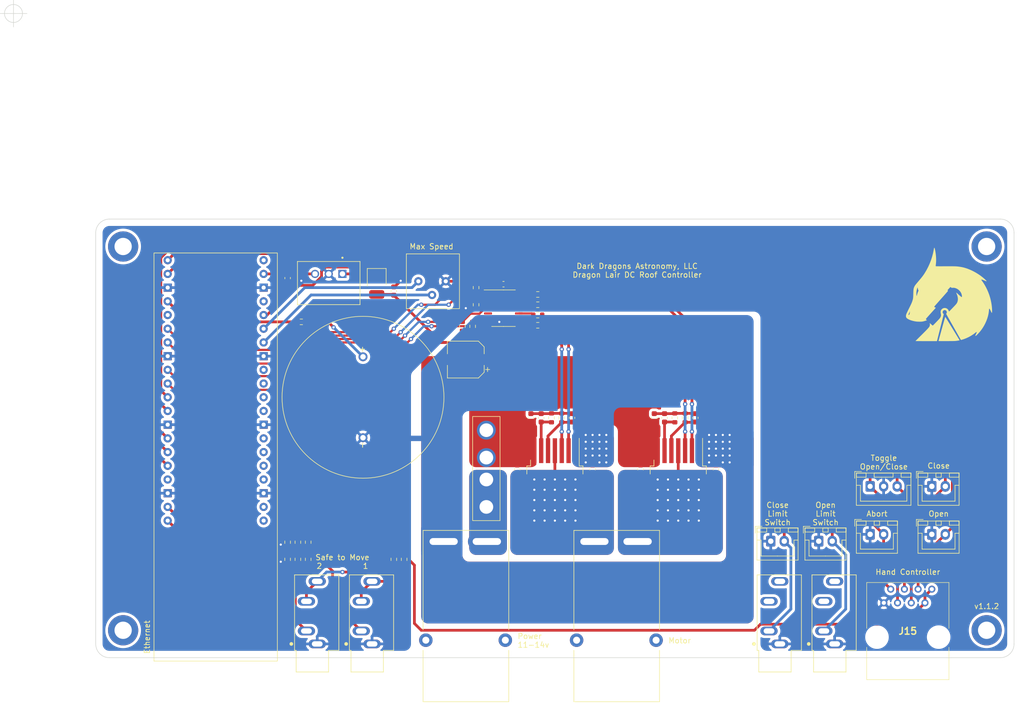
<source format=kicad_pcb>
(kicad_pcb (version 20211014) (generator pcbnew)
  (layers (0 "F.Cu" signal) (31 "B.Cu" signal) (34 "B.Paste" user) (35 "F.Paste" user) (36 "B.SilkS" user "B.Silkscreen") (37 "F.SilkS" user "F.Silkscreen") (38 "B.Mask" user) (39 "F.Mask" user) (44 "Edge.Cuts" user))
  (net 0 "")
  (net 1 "+5V")
  (net 2 "+3.3V")
  (net 7 "TOGGLE_CLOSE")
  (net 8 "TOGGLE_OPEN")
  (net 9 "CLOSE_LIMIT")
  (net 10 "OPEN_LIMIT")
  (net 11 "CLOSE")
  (net 12 "OPEN")
  (net 13 "ABORT")
  (net 14 "Net-(J7-Pad2)")
  (net 15 "Net-(J7-Pad3)")
  (net 16 "Net-(J8-Pad2)")
  (net 17 "Net-(J8-Pad3)")
  (net 22 "SAFE_TO_MOVE_1")
  (net 23 "SAFE_TO_MOVE_2")
  (net 24 "12V_UNFUSED")
  (net 25 "MOTOR_B")
  (net 26 "ADC_REF")
  (net 34 "MAX_SPEED")
  (net 37 "BUZZER")
  (net 39 "Net-(D1-Pad1)")
  (net 40 "GND")
  (net 41 "+12V")
  (net 42 "Net-(R11-Pad1)")
  (net 43 "MOTOR_A")
  (net 44 "FOREWARD_MOTOR")
  (net 45 "BACKWARD_MOTOR")
  (net 46 "Net-(C11-Pad1)")
  (net 47 "Net-(C12-Pad1)")
  (net 49 "Net-(C13-Pad1)")
  (net 50 "Net-(C14-Pad1)")
  (net 54 "IN_A")
  (net 55 "INH_A")
  (net 56 "IN_B")
  (net 57 "INH_B")
  (net 58 "Net-(R7-Pad2)")
  (net 59 "Net-(R9-Pad2)")
  (net 60 "Net-(R12-Pad2)")
  (net 61 "Net-(R14-Pad2)")
  (net 70 "ON_B")
  (net 71 "ON_A")
  (footprint "Package_TO_SOT_SMD:TO-263-7_TabPin8" (layer "F.Cu") (at 135.89 99.495 -90)
    (fp_text reference "Q1" hide)
    (fp_text value "BTN8962TA")
  )
  (footprint "Resistor_SMD:R_0603_1608Metric" (layer "F.Cu") (at 109.855 70.485 180)
    (fp_text reference "R14" hide)
    (fp_text value "10kΩ")
  )
  (footprint "01-rickbassham:AI-3035-TWT-3V-R" (layer "F.Cu") (at 77.47 83.82 -90)
    (fp_text reference "BZ1" hide)
    (fp_text value "Buzzer")
  )
  (footprint "Resistor_SMD:R_0603_1608Metric" (layer "F.Cu") (at 63.5 110.68 -90)
    (fp_text reference "R2" hide)
    (fp_text value "10kΩ")
  )
  (footprint "Connector_JST:JST_XH_B2B-XH-A_1x02_P2.50mm_Vertical" (layer "F.Cu") (at 182.88 109.22)
    (fp_text reference "J5" hide)
    (fp_text value "B2B-XH-A")
  )
  (footprint "Connector_JST:JST_XH_B2B-XH-A_1x02_P2.50mm_Vertical" (layer "F.Cu") (at 182.88 100.33)
    (fp_text reference "J4" hide)
    (fp_text value "B2B-XH-A")
  )
  (footprint "Capacitor_SMD:C_0603_1608Metric" (layer "F.Cu") (at 63.5 61.735 -90)
    (fp_text reference "C2" hide)
    (fp_text value "22uF")
  )
  (footprint "Resistor_SMD:R_0603_1608Metric" (layer "F.Cu") (at 65.405 110.68 90)
    (fp_text reference "R20" hide)
    (fp_text value "40.2kΩ")
  )
  (footprint "Resistor_SMD:R_0603_1608Metric" (layer "F.Cu") (at 95.885 70.675 90)
    (fp_text reference "R13" hide)
    (fp_text value "1kΩ")
  )
  (footprint "Resistor_SMD:R_0603_1608Metric" (layer "F.Cu") (at 67.31 110.68 -90)
    (fp_text reference "R19" hide)
    (fp_text value "150kΩ")
  )
  (footprint "Capacitor_SMD:C_0603_1608Metric" (layer "F.Cu") (at 108.585 87.63 90)
    (fp_text reference "C5" hide)
    (fp_text value "100nF")
  )
  (footprint "01-rickbassham:CUI_SJ1-3534" (layer "F.Cu") (at 164.8725 129.53 90)
    (fp_text reference "J9" hide)
    (fp_text value "SJ1-3534")
  )
  (footprint "MountingHole:MountingHole_3.2mm_M3_DIN965_Pad" (layer "F.Cu") (at 193.04 127)
    (fp_text reference "H4" hide)
    (fp_text value "MountingHole_Pad")
  )
  (footprint "Capacitor_SMD:C_0603_1608Metric" (layer "F.Cu") (at 142.875 97.155 90)
    (fp_text reference "C9" hide)
    (fp_text value "220nF")
  )
  (footprint "MountingHole:MountingHole_3.2mm_M3_DIN965_Pad" (layer "F.Cu") (at 33.02 127)
    (fp_text reference "H2" hide)
    (fp_text value "MountingHole_Pad")
  )
  (footprint "Resistor_SMD:R_0603_1608Metric" (layer "F.Cu") (at 137.16 87.63 90)
    (fp_text reference "R16" hide)
    (fp_text value "510Ω")
  )
  (footprint "Connector_JST:JST_XH_B2B-XH-A_1x02_P2.50mm_Vertical" (layer "F.Cu") (at 153.035 110.49)
    (fp_text reference "J2" hide)
    (fp_text value "B2B-XH-A")
  )
  (footprint "Capacitor_SMD:CP_Elec_6.3x7.7" (layer "F.Cu") (at 96.52 76.835 180)
    (fp_text reference "C4" hide)
    (fp_text value "470uF")
  )
  (footprint "Capacitor_SMD:C_0603_1608Metric" (layer "F.Cu") (at 110.49 87.63 90)
    (fp_text reference "C14" hide)
    (fp_text value "1nF")
  )
  (footprint "Resistor_SMD:R_0603_1608Metric" (layer "F.Cu") (at 67.31 113.855 -90)
    (fp_text reference "R21" hide)
    (fp_text value "150kΩ")
  )
  (footprint "01-rickbassham:logo" (layer "F.Cu") (at 186.055 64.77)
    (fp_text reference "G***" hide)
    (fp_text value "LOGO" hide)
  )
  (footprint "MountingHole:MountingHole_3.2mm_M3_DIN965_Pad" (layer "F.Cu") (at 33.02 55.88)
    (fp_text reference "H3" hide)
    (fp_text value "MountingHole_Pad")
  )
  (footprint "01-rickbassham:500E−0076" (layer "F.Cu") (at 85.185 54.705)
    (fp_text reference "RV1" hide)
    (fp_text value "500E-0076")
  )
  (footprint "MountingHole:MountingHole_3.2mm_M3_DIN965_Pad" (layer "F.Cu") (at 193.04 55.88)
    (fp_text reference "H1" hide)
    (fp_text value "MountingHole_Pad")
  )
  (footprint "Resistor_SMD:R_0603_1608Metric" (layer "F.Cu") (at 112.395 87.63 90)
    (fp_text reference "R18" hide)
    (fp_text value "1kΩ")
  )
  (footprint "01-rickbassham:SS54" (layer "F.Cu") (at 80.01 60.96 -90)
    (fp_text reference "D1" hide)
    (fp_text value "SS54")
  )
  (footprint "Resistor_SMD:R_0603_1608Metric" (layer "F.Cu") (at 109.855 66.675 180)
    (fp_text reference "R9" hide)
    (fp_text value "10kΩ")
  )
  (footprint "Resistor_SMD:R_0603_1608Metric" (layer "F.Cu") (at 65.405 113.855 90)
    (fp_text reference "R22" hide)
    (fp_text value "40.2kΩ")
  )
  (footprint "01-rickbassham:CUI_SJ1-3534" (layer "F.Cu") (at 154.7125 129.53 90)
    (fp_text reference "J10" hide)
    (fp_text value "SJ1-3534")
  )
  (footprint "Resistor_SMD:R_0603_1608Metric" (layer "F.Cu") (at 135.255 87.63 90)
    (fp_text reference "R15" hide)
    (fp_text value "1kΩ")
  )
  (footprint "Resistor_SMD:R_0603_1608Metric" (layer "F.Cu") (at 109.855 68.58 180)
    (fp_text reference "R12" hide)
    (fp_text value "10kΩ")
  )
  (footprint "Capacitor_SMD:C_0603_1608Metric" (layer "F.Cu") (at 83.185 64.135 90)
    (fp_text reference "C1" hide)
    (fp_text value "10uF")
  )
  (footprint "Resistor_SMD:R_0603_1608Metric" (layer "F.Cu") (at 83.185 113.855 90)
    (fp_text reference "R6" hide)
    (fp_text value "100Ω")
  )
  (footprint "01-rickbassham:54601908WPLF" (layer "F.Cu") (at 173.99 121.92)
    (fp_text reference "J15")
    (fp_text value "54601-908WPLF" hide)
  )
  (footprint "Capacitor_SMD:C_0603_1608Metric" (layer "F.Cu") (at 131.445 87.63 90)
    (fp_text reference "C6" hide)
    (fp_text value "100nF")
  )
  (footprint "Connector_JST:JST_XH_B2B-XH-A_1x02_P2.50mm_Vertical" (layer "F.Cu") (at 171.45 109.22)
    (fp_text reference "J6" hide)
    (fp_text value "B2B-XH-A")
  )
  (footprint "Resistor_SMD:R_0603_1608Metric" (layer "F.Cu") (at 66.04 69.85)
    (fp_text reference "R11" hide)
    (fp_text value "470Ω")
  )
  (footprint "Capacitor_SMD:C_0603_1608Metric" (layer "F.Cu") (at 139.065 87.63 90)
    (fp_text reference "C12" hide)
    (fp_text value "100nF")
  )
  (footprint "Resistor_SMD:R_0603_1608Metric" (layer "F.Cu") (at 85.09 113.855 90)
    (fp_text reference "R5" hide)
    (fp_text value "100Ω")
  )
  (footprint "Connector_JST:JST_XH_B3B-XH-A_1x03_P2.50mm_Vertical" (layer "F.Cu") (at 171.45 100.33)
    (fp_text reference "J1" hide)
    (fp_text value "B3B-XH-A")
  )
  (footprint "Resistor_SMD:R_0603_1608Metric" (layer "F.Cu") (at 98.425 66.675 90)
    (fp_text reference "R10" hide)
    (fp_text value "1kΩ")
  )
  (footprint "Connector_JST:JST_XH_B2B-XH-A_1x02_P2.50mm_Vertical" (layer "F.Cu") (at 161.925 110.49)
    (fp_text reference "J3" hide)
    (fp_text value "B2B-XH-A")
  )
  (footprint "Capacitor_SMD:C_0603_1608Metric" (layer "F.Cu") (at 128.905 97.155 -90)
    (fp_text reference "C7" hide)
    (fp_text value "220nF")
  )
  (footprint "Resistor_SMD:R_0603_1608Metric" (layer "F.Cu") (at 114.3 87.63 90)
    (fp_text reference "R17" hide)
    (fp_text value "510Ω")
  )
  (footprint "Resistor_SMD:R_0603_1608Metric" (layer "F.Cu") (at 97.79 70.675 90)
    (fp_text reference "R3" hide)
    (fp_text value "1kΩ")
  )
  (footprint "01-rickbassham:CUI_SJ1-3534" (layer "F.Cu") (at 68.9875 129.53 90)
    (fp_text reference "J8" hide)
    (fp_text value "SJ1-3534")
  )
  (footprint "01-rickbassham:Keystone 3522-2 Fuse Holder" (layer "F.Cu") (at 100.33 95 90)
    (fp_text reference "F1" hide)
    (fp_text value "Fuse")
  )
  (footprint "Capacitor_SMD:C_0603_1608Metric" (layer "F.Cu") (at 133.35 87.63 90)
    (fp_text reference "C11" hide)
    (fp_text value "1nF")
  )
  (footprint "Package_TO_SOT_SMD:TO-263-7_TabPin8" (layer "F.Cu") (at 113.03 99.495 -90)
    (fp_text reference "Q2" hide)
    (fp_text value "BTN8962TA")
  )
  (footprint "Resistor_SMD:R_0603_1608Metric" (layer "F.Cu") (at 98.425 63.5 -90)
    (fp_text reference "R8" hide)
    (fp_text value "1kΩ")
  )
  (footprint "Resistor_SMD:R_0603_1608Metric" (layer "F.Cu") (at 109.855 64.77 180)
    (fp_text reference "R7" hide)
    (fp_text value "10kΩ")
  )
  (footprint "darkdragons:w5100s-evb-pico-no-debug" (layer "F.Cu") (at 41.275 58.42 90)
    (fp_text reference "U1" hide)
    (fp_text value "WIZNET-W5100")
  )
  (footprint "Capacitor_SMD:C_0603_1608Metric" (layer "F.Cu") (at 116.205 87.63 90)
    (fp_text reference "C13" hide)
    (fp_text value "100nF")
  )
  (footprint "Capacitor_SMD:C_0603_1608Metric" (layer "F.Cu") (at 120.015 97.155 90)
    (fp_text reference "C10" hide)
    (fp_text value "220nF")
  )
  (footprint "01-rickbassham:PP45-SHORT" (layer "F.Cu") (at 103.846 140.24 180)
    (fp_text reference "J11" hide)
    (fp_text value "PP45-OFFSET")
  )
  (footprint "Package_SO:TSSOP-20_4.4x6.5mm_P0.65mm" (layer "F.Cu") (at 103.505 67.31)
    (fp_text reference "U7" hide)
    (fp_text value "SN74AHC244PWR")
  )
  (footprint "01-rickbassham:PP45-SHORT" (layer "F.Cu") (at 131.786 140.24 180)
    (fp_text reference "J13" hide)
    (fp_text value "PP45-OFFSET")
  )
  (footprint "Resistor_SMD:R_0603_1608Metric" (layer "F.Cu") (at 63.5 113.855 -90)
    (fp_text reference "R1" hide)
    (fp_text value "10kΩ")
  )
  (footprint "Capacitor_SMD:C_0603_1608Metric" (layer "F.Cu") (at 103.505 62.865 180)
    (fp_text reference "C3" hide)
    (fp_text value "100pF")
  )
  (footprint "Capacitor_SMD:C_0603_1608Metric" (layer "F.Cu") (at 106.045 97.155 -90)
    (fp_text reference "C8" hide)
    (fp_text value "220nF")
  )
  (footprint "01-rickbassham:CUI_SJ1-3534" (layer "F.Cu") (at 79.1475 129.53 90)
    (fp_text reference "J7" hide)
    (fp_text value "SJ1-3534")
  )
  (footprint "01-rickbassham:CONV_P78E05-1000" (layer "F.Cu") (at 71.12 60.96 180)
    (fp_text reference "PS1" hide)
    (fp_text value "P78E05-1000")
  )
  (gr_line (start 195.58 50.8) (end 30.48 50.8) (layer "Edge.Cuts") (width 0.1))
  (gr_line (start 30.48 132.08) (end 195.58 132.08) (layer "Edge.Cuts") (width 0.1))
  (gr_arc (start 27.94 53.34) (mid 28.683949 51.543949) (end 30.48 50.8) (layer "Edge.Cuts") (width 0.1))
  (gr_arc (start 195.58 50.8) (mid 197.376051 51.543949) (end 198.12 53.34) (layer "Edge.Cuts") (width 0.1))
  (gr_line (start 198.12 129.54) (end 198.12 53.34) (layer "Edge.Cuts") (width 0.1))
  (gr_arc (start 30.48 132.08) (mid 28.683949 131.336051) (end 27.94 129.54) (layer "Edge.Cuts") (width 0.1))
  (gr_line (start 27.94 53.34) (end 27.94 129.54) (layer "Edge.Cuts") (width 0.1))
  (gr_arc (start 198.12 129.54) (mid 197.376051 131.336051) (end 195.58 132.08) (layer "Edge.Cuts") (width 0.1))
  (gr_text "Open\nLimit\nSwitch" (at 163.195 105.41) (layer "F.SilkS") (effects (font (size 1 1))))
  (gr_text "Power\n11-14v" (at 106.045 128.905) (layer "F.SilkS") (effects (font (size 1 1)) (justify left)))
  (gr_text "Max Speed" (at 90.17 55.88) (layer "F.SilkS") (effects (font (size 1 1))))
  (gr_text "Ethernet" (at 37.465 128.27 90) (layer "F.SilkS") (effects (font (size 1 1))))
  (gr_text "Motor" (at 133.985 128.905) (layer "F.SilkS") (effects (font (size 1 1)) (justify left)))
  (gr_text "Close" (at 184.15 96.52) (layer "F.SilkS") (effects (font (size 1 1))))
  (gr_text "Open" (at 184.15 105.41) (layer "F.SilkS") (effects (font (size 1 1))))
  (gr_text "Abort" (at 172.72 105.41) (layer "F.SilkS") (effects (font (size 1 1))))
  (gr_text "v1.1.2" (at 193.04 122.555) (layer "F.SilkS") (effects (font (size 1 1))))
  (gr_text "Close\nLimit\nSwitch" (at 154.305 105.41) (layer "F.SilkS") (effects (font (size 1 1))))
  (gr_text "Dark Dragons Astronomy, LLC\nDragon Lair DC Roof Controller" (at 128.27 60.325) (layer "F.SilkS") (effects (font (size 1 1))))
  (gr_text "Hand Controller" (at 178.435 116.205) (layer "F.SilkS") (effects (font (size 1 1))))
  (gr_text "Toggle\nOpen/Close" (at 173.99 95.885) (layer "F.SilkS") (effects (font (size 1 1))))
  (gr_text "Safe to Move\n2          1" (at 73.66 114.3) (layer "F.SilkS") (effects (font (size 1 1))))
  (target plus (at 12.7 12.7) (size 5) (width 0.1) (layer "Edge.Cuts"))
  (segment (start 59.055 60.96) (end 63.5 60.96) (width 0.508) (layer "F.Cu") (net 1))
  (segment (start 63.5 60.96) (end 68.58 60.96) (width 0.508) (layer "F.Cu") (net 1))
  (segment (start 68.164169 63.083511) (end 69.787511 61.460169) (width 0.508) (layer "F.Cu") (net 2))
  (segment (start 70.557342 59.69) (end 101.105 59.69) (width 0.508) (layer "F.Cu") (net 2))
  (segment (start 59.69 68.58) (end 65.186489 63.083511) (width 0.508) (layer "F.Cu") (net 2))
  (segment (start 69.787511 60.459831) (end 70.557342 59.69) (width 0.508) (layer "F.Cu") (net 2))
  (segment (start 59.055 68.58) (end 59.69 68.58) (width 0.508) (layer "F.Cu") (net 2))
  (segment (start 65.186489 63.083511) (end 68.164169 63.083511) (width 0.508) (layer "F.Cu") (net 2))
  (segment (start 105.79648 64.38148) (end 106.3675 64.38148) (width 0.508) (layer "F.Cu") (net 2))
  (segment (start 69.787511 61.460169) (end 69.787511 60.459831) (width 0.508) (layer "F.Cu") (net 2))
  (segment (start 101.105 59.69) (end 104.28 62.865) (width 0.508) (layer "F.Cu") (net 2))
  (segment (start 104.28 62.865) (end 105.79648 64.38148) (width 0.508) (layer "F.Cu") (net 2))
  (segment (start 38.58996 88.75496) (end 41.275 91.44) (width 0.508) (layer "F.Cu") (net 7))
  (segment (start 150.894409 54.374409) (end 41.60043 54.374409) (width 0.508) (layer "F.Cu") (net 7))
  (segment (start 38.58996 57.384879) (end 38.58996 88.75496) (width 0.508) (layer "F.Cu") (net 7))
  (segment (start 176.45 100.33) (end 177.8 101.68) (width 0.508) (layer "F.Cu") (net 7))
  (segment (start 176.45 100.33) (end 176.45 79.93) (width 0.508) (layer "F.Cu") (net 7))
  (segment (start 177.8 101.68) (end 177.8 119.38) (width 0.508) (layer "F.Cu") (net 7))
  (segment (start 176.45 79.93) (end 150.894409 54.374409) (width 0.508) (layer "F.Cu") (net 7))
  (segment (start 41.60043 54.374409) (end 38.58996 57.384879) (width 0.508) (layer "F.Cu") (net 7))
  (segment (start 39.29748 84.38248) (end 41.275 86.36) (width 0.508) (layer "F.Cu") (net 8))
  (segment (start 171.45 75.930584) (end 150.601345 55.081929) (width 0.508) (layer "F.Cu") (net 8))
  (segment (start 41.893494 55.081929) (end 39.29748 57.677943) (width 0.508) (layer "F.Cu") (net 8))
  (segment (start 150.601345 55.081929) (end 41.893494 55.081929) (width 0.508) (layer "F.Cu") (net 8))
  (segment (start 171.45 100.33) (end 176.53 105.41) (width 0.508) (layer "F.Cu") (net 8))
  (segment (start 39.29748 57.677943) (end 39.29748 84.38248) (width 0.508) (layer "F.Cu") (net 8))
  (segment (start 176.53 105.41) (end 176.53 121.92) (width 0.508) (layer "F.Cu") (net 8))
  (segment (start 171.45 100.33) (end 171.45 75.930584) (width 0.508) (layer "F.Cu") (net 8))
  (segment (start 45.030511 57.204489) (end 41.275 60.96) (width 0.508) (layer "F.Cu") (net 9))
  (segment (start 155.535 110.49) (end 155.535 63.017336) (width 0.508) (layer "F.Cu") (net 9))
  (segment (start 155.535 63.017336) (end 149.722153 57.204489) (width 0.508) (layer "F.Cu") (net 9))
  (segment (start 149.722153 57.204489) (end 45.030511 57.204489) (width 0.508) (layer "F.Cu") (net 9))
  (segment (start 156.76602 123.07648) (end 152.7125 127.13) (width 0.508) (layer "B.Cu") (net 9))
  (segment (start 156.76602 111.72102) (end 156.76602 123.07648) (width 0.508) (layer "B.Cu") (net 9))
  (segment (start 155.535 110.49) (end 156.76602 111.72102) (width 0.508) (layer "B.Cu") (net 9))
  (segment (start 164.425 110.49) (end 164.425 70.906752) (width 0.508) (layer "F.Cu") (net 10))
  (segment (start 43.198031 56.496969) (end 41.275 58.42) (width 0.508) (layer "F.Cu") (net 10))
  (segment (start 164.425 70.906752) (end 150.015217 56.496969) (width 0.508) (layer "F.Cu") (net 10))
  (segment (start 150.015217 56.496969) (end 43.198031 56.496969) (width 0.508) (layer "F.Cu") (net 10))
  (segment (start 166.92602 112.99102) (end 166.92602 123.07648) (width 0.508) (layer "B.Cu") (net 10))
  (segment (start 164.425 110.49) (end 166.92602 112.99102) (width 0.508) (layer "B.Cu") (net 10))
  (segment (start 166.92602 123.07648) (end 162.8725 127.13) (width 0.508) (layer "B.Cu") (net 10))
  (segment (start 185.38 87.859416) (end 151.187473 53.666889) (width 0.508) (layer "F.Cu") (net 11))
  (segment (start 185.38 100.33) (end 179.07 106.64) (width 0.508) (layer "F.Cu") (net 11))
  (segment (start 179.07 106.64) (end 179.07 121.92) (width 0.508) (layer "F.Cu") (net 11))
  (segment (start 37.88244 90.58744) (end 41.275 93.98) (width 0.508) (layer "F.Cu") (net 11))
  (segment (start 185.38 100.33) (end 185.38 87.859416) (width 0.508) (layer "F.Cu") (net 11))
  (segment (start 41.307366 53.666889) (end 37.88244 57.091815) (width 0.508) (layer "F.Cu") (net 11))
  (segment (start 37.88244 57.091815) (end 37.88244 90.58744) (width 0.508) (layer "F.Cu") (net 11))
  (segment (start 151.187473 53.666889) (end 41.307366 53.666889) (width 0.508) (layer "F.Cu") (net 11))
  (segment (start 180.34 114.26) (end 185.38 109.22) (width 0.508) (layer "F.Cu") (net 12))
  (segment (start 41.014302 52.959369) (end 37.17492 56.798751) (width 0.508) (layer "F.Cu") (net 12))
  (segment (start 37.17492 56.798751) (end 37.17492 92.41992) (width 0.508) (layer "F.Cu") (net 12))
  (segment (start 180.34 119.38) (end 180.34 114.26) (width 0.508) (layer "F.Cu") (net 12))
  (segment (start 186.68352 107.91648) (end 186.68352 88.162352) (width 0.508) (layer "F.Cu") (net 12))
  (segment (start 37.17492 92.41992) (end 41.275 96.52) (width 0.508) (layer "F.Cu") (net 12))
  (segment (start 186.68352 88.162352) (end 151.480537 52.959369) (width 0.508) (layer "F.Cu") (net 12))
  (segment (start 185.38 109.22) (end 186.68352 107.91648) (width 0.508) (layer "F.Cu") (net 12))
  (segment (start 151.480537 52.959369) (end 41.014302 52.959369) (width 0.508) (layer "F.Cu") (net 12))
  (segment (start 40.005 82.55) (end 41.275 83.82) (width 0.508) (layer "F.Cu") (net 13))
  (segment (start 168.91 104.18) (end 168.91 74.391168) (width 0.508) (layer "F.Cu") (net 13))
  (segment (start 173.95 118.07) (end 175.26 119.38) (width 0.508) (layer "F.Cu") (net 13))
  (segment (start 150.308281 55.789449) (end 42.186558 55.789449) (width 0.508) (layer "F.Cu") (net 13))
  (segment (start 173.95 109.22) (end 173.95 118.07) (width 0.508) (layer "F.Cu") (net 13))
  (segment (start 168.91 74.391168) (end 150.308281 55.789449) (width 0.508) (layer "F.Cu") (net 13))
  (segment (start 40.005 57.971007) (end 40.005 82.55) (width 0.508) (layer "F.Cu") (net 13))
  (segment (start 173.95 109.22) (end 168.91 104.18) (width 0.508) (layer "F.Cu") (net 13))
  (segment (start 42.186558 55.789449) (end 40.005 57.971007) (width 0.508) (layer "F.Cu") (net 13))
  (segment (start 67.31 111.505) (end 71.82752 116.02252) (width 0.508) (layer "F.Cu") (net 14))
  (segment (start 71.82752 116.02252) (end 71.82752 121.81002) (width 0.508) (layer "F.Cu") (net 14))
  (segment (start 71.82752 121.81002) (end 77.1475 127.13) (width 0.508) (layer "F.Cu") (net 14))
  (segment (start 77.1475 121.63) (end 77.1475 119.93) (width 0.508) (layer "F.Cu") (net 15))
  (segment (start 79.1475 117.93) (end 81.84 117.93) (width 0.508) (layer "F.Cu") (net 15))
  (segment (start 77.1475 119.93) (end 79.1475 117.93) (width 0.508) (layer "F.Cu") (net 15))
  (segment (start 81.84 117.93) (end 85.09 114.68) (width 0.508) (layer "F.Cu") (net 15))
  (segment (start 66.9875 127.13) (end 64.93398 125.07648) (width 0.508) (layer "F.Cu") (net 16))
  (segment (start 64.93398 125.07648) (end 64.93398 117.05602) (width 0.508) (layer "F.Cu") (net 16))
  (segment (start 64.93398 117.05602) (end 67.31 114.68) (width 0.508) (layer "F.Cu") (net 16))
  (segment (start 66.9875 121.63) (end 66.9875 119.93) (width 0.508) (layer "F.Cu") (net 17))
  (segment (start 73.66 116.205) (end 81.66 116.205) (width 0.508) (layer "F.Cu") (net 17))
  (segment (start 66.9875 119.93) (end 68.9875 117.93) (width 0.508) (layer "F.Cu") (net 17))
  (segment (start 81.66 116.205) (end 83.185 114.68) (width 0.508) (layer "F.Cu") (net 17))
  (via (at 73.66 116.205) (size 0.8) (drill 0.4) (layers "F.Cu" "B.Cu") (net 17))
  (segment (start 70.7125 116.205) (end 68.9875 117.93) (width 0.508) (layer "B.Cu") (net 17))
  (segment (start 73.66 116.205) (end 70.7125 116.205) (width 0.508) (layer "B.Cu") (net 17))
  (segment (start 63.5 113.03) (end 65.405 113.03) (width 0.508) (layer "F.Cu") (net 22))
  (segment (start 63.5 113.03) (end 47.625 113.03) (width 0.508) (layer "F.Cu") (net 22))
  (segment (start 65.405 113.03) (end 67.31 113.03) (width 0.508) (layer "F.Cu") (net 22))
  (segment (start 47.625 113.03) (end 41.275 106.68) (width 0.508) (layer "F.Cu") (net 22))
  (segment (start 65.405 109.855) (end 67.31 109.855) (width 0.508) (layer "F.Cu") (net 23))
  (segment (start 46.99 109.855) (end 41.275 104.14) (width 0.508) (layer "F.Cu") (net 23))
  (segment (start 63.5 109.855) (end 46.99 109.855) (width 0.508) (layer "F.Cu") (net 23))
  (segment (start 63.5 109.855) (end 65.405 109.855) (width 0.508) (layer "F.Cu") (net 23))
  (segment (start 113.03 93.605) (end 113.03 102.755) (width 0.508) (layer "F.Cu") (net 25))
  (via (at 109.22 100.965) (size 0.8) (drill 0.4) (layers "F.Cu" "B.Cu") (net 25))
  (via (at 109.22 106.68) (size 0.8) (drill 0.4) (layers "F.Cu" "B.Cu") (net 25))
  (via (at 113.03 104.775) (size 0.8) (drill 0.4) (layers "F.Cu" "B.Cu") (net 25))
  (via (at 111.125 102.87) (size 0.8) (drill 0.4) (layers "F.Cu" "B.Cu") (net 25))
  (via (at 116.84 106.68) (size 0.8) (drill 0.4) (layers "F.Cu" "B.Cu") (net 25))
  (via (at 114.935 100.965) (size 0.8) (drill 0.4) (layers "F.Cu" "B.Cu") (net 25))
  (via (at 116.84 102.87) (size 0.8) (drill 0.4) (layers "F.Cu" "B.Cu") (net 25))
  (via (at 114.935 104.775) (size 0.8) (drill 0.4) (layers "F.Cu" "B.Cu") (net 25))
  (via (at 116.84 104.775) (size 0.8) (drill 0.4) (layers "F.Cu" "B.Cu") (net 25))
  (via (at 114.935 102.87) (size 0.8) (drill 0.4) (layers "F.Cu" "B.Cu") (net 25))
  (via (at 109.22 104.775) (size 0.8) (drill 0.4) (layers "F.Cu" "B.Cu") (net 25))
  (via (at 114.935 99.06) (size 0.8) (drill 0.4) (layers "F.Cu" "B.Cu") (net 25))
  (via (at 109.22 102.87) (size 0.8) (drill 0.4) (layers "F.Cu" "B.Cu") (net 25))
  (via (at 111.125 100.965) (size 0.8) (drill 0.4) (layers "F.Cu" "B.Cu") (net 25))
  (via (at 113.03 102.87) (size 0.8) (drill 0.4) (layers "F.Cu" "B.Cu") (net 25))
  (via (at 111.125 99.06) (size 0.8) (drill 0.4) (layers "F.Cu" "B.Cu") (net 25))
  (via (at 109.22 99.06) (size 0.8) (drill 0.4) (layers "F.Cu" "B.Cu") (net 25))
  (via (at 111.125 104.775) (size 0.8) (drill 0.4) (layers "F.Cu" "B.Cu") (net 25))
  (via (at 116.84 100.965) (size 0.8) (drill 0.4) (layers "F.Cu" "B.Cu") (net 25))
  (via (at 116.84 99.06) (size 0.8) (drill 0.4) (layers "F.Cu" "B.Cu") (net 25))
  (via (at 114.935 106.68) (size 0.8) (drill 0.4) (layers "F.Cu" "B.Cu") (net 25))
  (via (at 113.03 100.965) (size 0.8) (drill 0.4) (layers "F.Cu" "B.Cu") (net 25))
  (via (at 111.125 106.68) (size 0.8) (drill 0.4) (layers "F.Cu" "B.Cu") (net 25))
  (via (at 113.03 99.06) (size 0.8) (drill 0.4) (layers "F.Cu" "B.Cu") (net 25))
  (via (at 113.03 106.68) (size 0.8) (drill 0.4) (layers "F.Cu" "B.Cu") (net 25))
  (segment (start 86.55 63.5) (end 87.725 62.325) (width 0.508) (layer "B.Cu") (net 26))
  (segment (start 59.055 71.12) (end 66.675 63.5) (width 0.508) (layer "B.Cu") (net 26))
  (segment (start 66.675 63.5) (end 86.55 63.5) (width 0.508) (layer "B.Cu") (net 26))
  (segment (start 90.265 64.865) (end 67.85 64.865) (width 0.508) (layer "B.Cu") (net 34))
  (segment (start 67.85 64.865) (end 59.055 73.66) (width 0.508) (layer "B.Cu") (net 34))
  (segment (start 66.865 69.85) (end 71 69.85) (width 0.508) (layer "F.Cu") (net 37))
  (segment (start 71 69.85) (end 72.0125 70.8625) (width 0.508) (layer "F.Cu") (net 37))
  (via (at 72.0125 70.8625) (size 0.8) (drill 0.4) (layers "F.Cu" "B.Cu") (net 37))
  (segment (start 72.0125 70.8625) (end 77.47 76.32) (width 0.508) (layer "B.Cu") (net 37))
  (segment (start 73.66 60.96) (end 80.01 60.96) (width 0.508) (layer "F.Cu") (net 39))
  (segment (start 102.345 70.235) (end 99.945 70.235) (width 0.4) (layer "F.Cu") (net 40))
  (segment (start 110.49 86.855) (end 112.345 86.855) (width 0.508) (layer "F.Cu") (net 40))
  (segment (start 102.73 62.935) (end 101.28 64.385) (width 0.4) (layer "F.Cu") (net 40))
  (segment (start 102.345 70.235) (end 100.6425 70.235) (width 0.4) (layer "F.Cu") (net 40))
  (segment (start 112.395 86.805) (end 114.3 86.805) (width 0.508) (layer "F.Cu") (net 40))
  (segment (start 63.5 114.68) (end 62.61 114.68) (width 0.508) (layer "F.Cu") (net 40))
  (segment (start 102.73 62.865) (end 102.73 62.935) (width 0.4) (layer "F.Cu") (net 40))
  (segment (start 116.155 86.805) (end 116.205 86.855) (width 0.508) (layer "F.Cu") (net 40))
  (segment (start 131.445 86.855) (end 133.35 86.855) (width 0.508) (layer "F.Cu") (net 40))
  (segment (start 102.73 69.85) (end 102.345 70.235) (width 0.4) (layer "F.Cu") (net 40))
  (segment (start 133.35 86.855) (end 135.205 86.855) (width 0.508) (layer "F.Cu") (net 40))
  (segment (start 63.5 114.68) (end 65.405 114.68) (width 0.508) (layer "F.Cu") (net 40))
  (segment (start 62.61 114.68) (end 62.23 114.3) (width 0.508) (layer "F.Cu") (net 40))
  (segment (start 101.28 64.385) (end 100.6425 64.385) (width 0.4) (layer "F.Cu") (net 40))
  (segment (start 66.04 62.23) (end 63.78 62.23) (width 0.508) (layer "F.Cu") (net 40))
  (segment (start 114.3 86.805) (end 116.155 86.805) (width 0.508) (layer "F.Cu") (net 40))
  (segment (start 139.065 86.855) (end 141.605 89.395) (width 0.508) (layer "F.Cu") (net 40))
  (segment (start 135.255 86.805) (end 137.16 86.805) (width 0.508) (layer "F.Cu") (net 40))
  (segment (start 112.345 86.855) (end 112.395 86.805) (width 0.508) (layer "F.Cu") (net 40))
  (segment (start 116.205 86.855) (end 118.745 89.395) (width 0.508) (layer "F.Cu") (net 40))
  (segment (start 92.805 62.325) (end 98.075 62.325) (width 0.508) (layer "F.Cu") (net 40))
  (segment (start 135.205 86.855) (end 135.255 86.805) (width 0.508) (layer "F.Cu") (net 40))
  (segment (start 62.61 111.505) (end 62.23 111.125) (width 0.508) (layer "F.Cu") (net 40))
  (segment (start 63.5 111.505) (end 65.405 111.505) (width 0.508) (layer "F.Cu") (net 40))
  (segment (start 104.9 65.035) (end 106.3675 65.035) (width 0.4) (layer "F.Cu") (net 40))
  (segment (start 99.055 70.235) (end 97.79 71.5) (width 0.4) (layer "F.Cu") (net 40))
  (segment (start 100.63898 70.235) (end 100.6425 70.23852) (width 0.4) (layer "F.Cu") (net 40))
  (segment (start 102.73 62.865) (end 104.9 65.035) (width 0.4) (layer "F.Cu") (net 40))
  (segment (start 83.325 63.36) (end 83.185 63.36) (width 0.508) (layer "F.Cu") (net 40))
  (segment (start 141.605 89.395) (end 141.605 90.805) (width 0.508) (layer "F.Cu") (net 40))
  (segment (start 63.5 111.505) (end 62.61 111.505) (width 0.508) (layer "F.Cu") (net 40))
  (segment (start 137.16 86.805) (end 139.015 86.805) (width 0.508) (layer "F.Cu") (net 40))
  (segment (start 108.585 86.855) (end 110.49 86.855) (width 0.508) (layer "F.Cu") (net 40))
  (segment (start 98.075 62.325) (end 98.425 62.675) (width 0.508) (layer "F.Cu") (net 40))
  (segment (start 84.455 62.23) (end 83.325 63.36) (width 0.508) (layer "F.Cu") (net 40))
  (segment (start 97.79 71.5) (end 95.885 71.5) (width 0.4) (layer "F.Cu") (net 40))
  (segment (start 118.745 89.395) (end 118.745 90.805) (width 0.508) (layer "F.Cu") (net 40))
  (segment (start 63.78 62.23) (end 63.5 62.51) (width 0.508) (layer "F.Cu") (net 40))
  (segment (start 98.425 67.5) (end 96.71 67.5) (width 0.4) (layer "F.Cu") (net 40))
  (segment (start 100.6425 64.385) (end 100.135 64.385) (width 0.4) (layer "F.Cu") (net 40))
  (segment (start 100.135 64.385) (end 98.425 62.675) (width 0.4) (layer "F.Cu") (net 40))
  (segment (start 96.71 67.5) (end 96.52 67.31) (width 0.4) (layer "F.Cu") (net 40))
  (segment (start 100.6425 70.235) (end 99.055 70.235) (width 0.4) (layer "F.Cu") (net 40))
  (segment (start 139.015 86.805) (end 139.065 86.855) (width 0.508) (layer "F.Cu") (net 40))
  (via (at 120.015 93.345) (size 0.8) (drill 0.4) (layers "F.Cu" "B.Cu") (net 40))
  (via (at 144.145 92.075) (size 0.8) (drill 0.4) (layers "F.Cu" "B.Cu") (net 40))
  (via (at 118.745 90.805) (size 0.8) (drill 0.4) (layers "F.Cu" "B.Cu") (net 40))
  (via (at 141.605 90.805) (size 0.8) (drill 0.4) (layers "F.Cu" "B.Cu") (net 40))
  (via (at 122.555 94.615) (size 0.8) (drill 0.4) (layers "F.Cu" "B.Cu") (net 40))
  (via (at 121.285 92.075) (size 0.8) (drill 0.4) (layers "F.Cu" "B.Cu") (net 40))
  (via (at 142.875 93.345) (size 0.8) (drill 0.4) (layers "F.Cu" "B.Cu") (net 40))
  (via (at 144.145 90.805) (size 0.8) (drill 0.4) (layers "F.Cu" "B.Cu") (net 40))
  (via (at 141.605 93.345) (size 0.8) (drill 0.4) (layers "F.Cu" "B.Cu") (net 40))
  (via (at 118.745 93.345) (size 0.8) (drill 0.4) (layers "F.Cu" "B.Cu") (net 40))
  (via (at 145.415 93.345) (size 0.8) (drill 0.4) (layers "F.Cu" "B.Cu") (net 40))
  (via (at 141.605 92.075) (size 0.8) (drill 0.4) (layers "F.Cu" "B.Cu") (net 40))
  (via (at 145.415 94.615) (size 0.8) (drill 0.4) (layers "F.Cu" "B.Cu") (net 40))
  (via (at 121.285 94.615) (size 0.8) (drill 0.4) (layers "F.Cu" "B.Cu") (net 40))
  (via (at 141.605 95.885) (size 0.8) (drill 0.4) (layers "F.Cu" "B.Cu") (net 40))
  (via (at 145.415 92.075) (size 0.8) (drill 0.4) (layers "F.Cu" "B.Cu") (net 40))
  (via (at 144.145 93.345) (size 0.8) (drill 0.4) (layers "F.Cu" "B.Cu") (net 40))
  (via (at 122.555 90.805) (size 0.8) (drill 0.4) (layers "F.Cu" "B.Cu") (net 40))
  (via (at 62.23 111.125) (size 0.8) (drill 0.4) (layers "F.Cu" "B.Cu") (net 40))
  (via (at 144.145 95.885) (size 0.8) (drill 0.4) (layers "F.Cu" "B.Cu") (net 40))
  (via (at 120.015 92.075) (size 0.8) (drill 0.4) (layers "F.Cu" "B.Cu") (net 40))
  (via (at 118.745 92.075) (size 0.8) (drill 0.4) (layers "F.Cu" "B.Cu") (net 40))
  (via (at 120.015 90.805) (size 0.8) (drill 0.4) (layers "F.Cu" "B.Cu") (net 40))
  (via (at 84.455 62.23) (size 0.8) (drill 0.4) (layers "F.Cu" "B.Cu") (net 40))
  (via (at 144.145 94.615) (size 0.8) (drill 0.4) (layers "F.Cu" "B.Cu") (net 40))
  (via (at 122.555 92.075) (size 0.8) (drill 0.4) (layers "F.Cu" "B.Cu") (net 40))
  (via (at 121.285 95.885) (size 0.8) (drill 0.4) (layers "F.Cu" "B.Cu") (net 40))
  (via (at 102.73 69.85) (size 0.8) (drill 0.4) (layers "F.Cu" "B.Cu") (net 40))
  (via (at 96.52 67.31) (size 0.8) (drill 0.4) (layers "F.Cu" "B.Cu") (net 40))
  (via (at 62.23 114.3) (size 0.8) (drill 0.4) (layers "F.Cu" "B.Cu") (net 40))
  (via (at 118.745 94.615) (size 0.8) (drill 0.4) (layers "F.Cu" "B.Cu") (net 40))
  (via (at 141.605 94.615) (size 0.8) (drill 0.4) (layers "F.Cu" "B.Cu") (net 40))
  (via (at 122.555 95.885) (size 0.8) (drill 0.4) (layers "F.Cu" "B.Cu") (net 40))
  (via (at 120.015 94.615) (size 0.8) (drill 0.4) (layers "F.Cu" "B.Cu") (net 40))
  (via (at 142.875 94.615) (size 0.8) (drill 0.4) (layers "F.Cu" "B.Cu") (net 40))
  (via (at 142.875 92.075) (size 0.8) (drill 0.4) (layers "F.Cu" "B.Cu") (net 40))
  (via (at 145.415 95.885) (size 0.8) (drill 0.4) (layers "F.Cu" "B.Cu") (net 40))
  (via (at 142.875 90.805) (size 0.8) (drill 0.4) (layers "F.Cu" "B.Cu") (net 40))
  (via (at 118.745 95.885) (size 0.8) (drill 0.4) (layers "F.Cu" "B.Cu") (net 40))
  (via (at 121.285 90.805) (size 0.8) (drill 0.4) (layers "F.Cu" "B.Cu") (net 40))
  (via (at 145.415 90.805) (size 0.8) (drill 0.4) (layers "F.Cu" "B.Cu") (net 40))
  (via (at 121.285 93.345) (size 0.8) (drill 0.4) (layers "F.Cu" "B.Cu") (net 40))
  (via (at 66.04 62.23) (size 0.8) (drill 0.4) (layers "F.Cu" "B.Cu") (net 40))
  (via (at 122.555 93.345) (size 0.8) (drill 0.4) (layers "F.Cu" "B.Cu") (net 40))
  (segment (start 90.17 91.44) (end 82.55 91.44) (width 1) (layer "B.Cu") (net 40))
  (segment (start 88.9 73.66) (end 85.09 77.47) (width 0.508) (layer "F.Cu") (net 41))
  (segment (start 83.035 64.76) (end 83.185 64.91) (width 0.508) (layer "F.Cu") (net 41))
  (segment (start 85.09 77.47) (end 85.09 113.03) (width 0.508) (layer "F.Cu") (net 41))
  (segment (start 91.935 73.66) (end 96.045 73.66) (width 0.508) (layer "F.Cu") (net 41))
  (segment (start 83.185 113.03) (end 85.09 113.03) (width 0.508) (layer "F.Cu") (net 41))
  (segment (start 86.995 114.935) (end 86.995 125.73) (width 0.508) (layer "F.Cu") (net 41))
  (segment (start 85.09 113.03) (end 86.995 114.935) (width 0.508) (layer "F.Cu") (net 41))
  (segment (start 88.265 127) (end 150.00648 127) (width 0.508) (layer "F.Cu") (net 41))
  (segment (start 96.045 73.66) (end 99.22 76.835) (width 0.508) (layer "F.Cu") (net 41))
  (segment (start 150.00648 127) (end 151.13 125.87648) (width 0.508) (layer "F.Cu") (net 41))
  (segment (start 177.65352 125.87648) (end 181.61 121.92) (width 0.508) (layer "F.Cu") (net 41))
  (segment (start 92.71 73.66) (end 88.9 73.66) (width 0.508) (layer "F.Cu") (net 41))
  (segment (start 181.61 121.92) (end 181.61 120.65) (width 0.508) (layer "F.Cu") (net 41))
  (segment (start 80.01 64.76) (end 83.035 64.76) (width 0.508) (layer "F.Cu") (net 41))
  (segment (start 181.61 120.65) (end 182.88 119.38) (width 0.508) (layer "F.Cu") (net 41))
  (segment (start 86.995 125.73) (end 88.265 127) (width 0.508) (layer "F.Cu") (net 41))
  (segment (start 151.13 125.87648) (end 177.65352 125.87648) (width 0.508) (layer "F.Cu") (net 41))
  (segment (start 83.185 64.91) (end 91.935 73.66) (width 0.508) (layer "F.Cu") (net 41))
  (segment (start 45.085 69.85) (end 41.275 66.04) (width 0.508) (layer "F.Cu") (net 42))
  (segment (start 65.215 69.85) (end 45.085 69.85) (width 0.508) (layer "F.Cu") (net 42))
  (segment (start 135.89 93.72) (end 135.89 102.87) (width 0.508) (layer "F.Cu") (net 43))
  (via (at 132.08 104.775) (size 0.8) (drill 0.4) (layers "F.Cu" "B.Cu") (net 43))
  (via (at 132.08 106.68) (size 0.8) (drill 0.4) (layers "F.Cu" "B.Cu") (net 43))
  (via (at 133.985 102.87) (size 0.8) (drill 0.4) (layers "F.Cu" "B.Cu") (net 43))
  (via (at 139.7 100.965) (size 0.8) (drill 0.4) (layers "F.Cu" "B.Cu") (net 43))
  (via (at 132.08 102.87) (size 0.8) (drill 0.4) (layers "F.Cu" "B.Cu") (net 43))
  (via (at 135.89 99.06) (size 0.8) (drill 0.4) (layers "F.Cu" "B.Cu") (net 43))
  (via (at 139.7 102.87) (size 0.8) (drill 0.4) (layers "F.Cu" "B.Cu") (net 43))
  (via (at 137.795 99.06) (size 0.8) (drill 0.4) (layers "F.Cu" "B.Cu") (net 43))
  (via (at 135.89 100.965) (size 0.8) (drill 0.4) (layers "F.Cu" "B.Cu") (net 43))
  (via (at 137.795 100.965) (size 0.8) (drill 0.4) (layers "F.Cu" "B.Cu") (net 43))
  (via (at 133.985 100.965) (size 0.8) (drill 0.4) (layers "F.Cu" "B.Cu") (net 43))
  (via (at 133.985 99.06) (size 0.8) (drill 0.4) (layers "F.Cu" "B.Cu") (net 43))
  (via (at 133.985 104.775) (size 0.8) (drill 0.4) (layers "F.Cu" "B.Cu") (net 43))
  (via (at 137.795 106.68) (size 0.8) (drill 0.4) (layers "F.Cu" "B.Cu") (net 43))
  (via (at 133.985 106.68) (size 0.8) (drill 0.4) (layers "F.Cu" "B.Cu") (net 43))
  (via (at 135.89 106.68) (size 0.8) (drill 0.4) (layers "F.Cu" "B.Cu") (net 43))
  (via (at 137.795 104.775) (size 0.8) (drill 0.4) (layers "F.Cu" "B.Cu") (net 43))
  (via (at 139.7 106.68) (size 0.8) (drill 0.4) (layers "F.Cu" "B.Cu") (net 43))
  (via (at 132.08 100.965) (size 0.8) (drill 0.4) (layers "F.Cu" "B.Cu") (net 43))
  (via (at 139.7 99.06) (size 0.8) (drill 0.4) (layers "F.Cu" "B.Cu") (net 43))
  (via (at 132.08 99.06) (size 0.8) (drill 0.4) (layers "F.Cu" "B.Cu") (net 43))
  (via (at 135.89 102.87) (size 0.8) (drill 0.4) (layers "F.Cu" "B.Cu") (net 43))
  (via (at 137.795 102.87) (size 0.8) (drill 0.4) (layers "F.Cu" "B.Cu") (net 43))
  (via (at 135.89 104.775) (size 0.8) (drill 0.4) (layers "F.Cu" "B.Cu") (net 43))
  (via (at 139.7 104.775) (size 0.8) (drill 0.4) (layers "F.Cu" "B.Cu") (net 43))
  (segment (start 45.193489 75.038489) (end 41.275 71.12) (width 0.4) (layer "F.Cu") (net 44))
  (segment (start 99.135 65.035) (end 100.6425 65.035) (width 0.4) (layer "F.Cu") (net 44))
  (segment (start 88.265 66.675) (end 90.805 66.675) (width 0.4) (layer "F.Cu") (net 44))
  (segment (start 67.201511 75.038489) (end 45.193489 75.038489) (width 0.4) (layer "F.Cu") (net 44))
  (segment (start 90.805 66.675) (end 93.155 64.325) (width 0.4) (layer "F.Cu") (net 44))
  (segment (start 93.155 64.325) (end 98.425 64.325) (width 0.4) (layer "F.Cu") (net 44))
  (segment (start 82.55 71.755) (end 70.485 71.755) (width 0.4) (layer "F.Cu") (net 44))
  (segment (start 83.185 71.12) (end 82.55 71.755) (width 0.4) (layer "F.Cu") (net 44))
  (segment (start 98.425 64.325) (end 99.135 65.035) (width 0.4) (layer "F.Cu") (net 44))
  (segment (start 70.485 71.755) (end 67.201511 75.038489) (width 0.4) (layer "F.Cu") (net 44))
  (via (at 83.185 71.12) (size 0.8) (drill 0.4) (layers "F.Cu" "B.Cu") (net 44))
  (via (at 88.265 66.675) (size 0.8) (drill 0.4) (layers "F.Cu" "B.Cu") (net 44))
  (segment (start 83.185 71.12) (end 87.63 66.675) (width 0.4) (layer "B.Cu") (net 44))
  (segment (start 87.63 66.675) (end 88.265 66.675) (width 0.4) (layer "B.Cu") (net 44))
  (segment (start 97.39952 68.33548) (end 95.885 69.85) (width 0.4) (layer "F.Cu") (net 45))
  (segment (start 42.436511 79.901511) (end 41.275 78.74) (width 0.4) (layer "F.Cu") (net 45))
  (segment (start 84.6195 73.025) (end 70.9107 73.025) (width 0.4) (layer "F.Cu") (net 45))
  (segment (start 99.755978 67.635) (end 99.055498 68.33548) (width 0.4) (layer "F.Cu") (net 45))
  (segment (start 85.2545 72.39) (end 84.6195 73.025) (width 0.4) (layer "F.Cu") (net 45))
  (segment (start 70.9107 73.025) (end 64.034189 79.901511) (width 0.4) (layer "F.Cu") (net 45))
  (segment (start 100.6425 67.635) (end 99.755978 67.635) (width 0.4) (layer "F.Cu") (net 45))
  (segment (start 99.055498 68.33548) (end 97.39952 68.33548) (width 0.4) (layer "F.Cu") (net 45))
  (segment (start 95.885 69.85) (end 89.535 69.85) (width 0.4) (layer "F.Cu") (net 45))
  (segment (start 64.034189 79.901511) (end 42.436511 79.901511) (width 0.4) (layer "F.Cu") (net 45))
  (via (at 85.2545 72.39) (size 0.8) (drill 0.4) (layers "F.Cu" "B.Cu") (net 45))
  (via (at 89.535 69.85) (size 0.8) (drill 0.4) (layers "F.Cu" "B.Cu") (net 45))
  (segment (start 87.7945 69.85) (end 85.2545 72.39) (width 0.4) (layer "B.Cu") (net 45))
  (segment (start 89.535 69.85) (end 87.7945 69.85) (width 0.4) (layer "B.Cu") (net 45))
  (segment (start 135.205 88.405) (end 135.255 88.455) (width 0.508) (layer "F.Cu") (net 46))
  (segment (start 133.35 93.72) (end 133.35 88.405) (width 0.508) (layer "F.Cu") (net 46))
  (segment (start 133.35 88.405) (end 135.205 88.405) (width 0.508) (layer "F.Cu") (net 46))
  (segment (start 134.62 90.995) (end 137.16 88.455) (width 0.508) (layer "F.Cu") (net 47))
  (segment (start 134.62 93.72) (end 134.62 90.995) (width 0.508) (layer "F.Cu") (net 47))
  (segment (start 137.16 88.455) (end 139.015 88.455) (width 0.508) (layer "F.Cu") (net 47))
  (segment (start 139.015 88.455) (end 139.065 88.405) (width 0.508) (layer "F.Cu") (net 47))
  (segment (start 116.155 88.455) (end 116.205 88.405) (width 0.508) (layer "F.Cu") (net 49))
  (segment (start 111.76 90.995) (end 114.3 88.455) (width 0.508) (layer "F.Cu") (net 49))
  (segment (start 114.3 88.455) (end 116.155 88.455) (width 0.508) (layer "F.Cu") (net 49))
  (segment (start 111.76 93.605) (end 111.76 90.995) (width 0.508) (layer "F.Cu") (net 49))
  (segment (start 112.345 88.405) (end 112.395 88.455) (width 0.508) (layer "F.Cu") (net 50))
  (segment (start 110.49 93.605) (end 110.49 88.405) (width 0.508) (layer "F.Cu") (net 50))
  (segment (start 110.49 88.405) (end 112.345 88.405) (width 0.508) (layer "F.Cu") (net 50))
  (segment (start 138.43 70.485) (end 132.715 64.77) (width 0.508) (layer "F.Cu") (net 54))
  (segment (start 138.43 85.09) (end 138.43 70.485) (width 0.508) (layer "F.Cu") (net 54))
  (segment (start 138.43 90.17) (end 138.43 93.72) (width 0.508) (layer "F.Cu") (net 54))
  (segment (start 132.715 64.77) (end 110.68 64.77) (width 0.508) (layer "F.Cu") (net 54))
  (via (at 138.43 90.17) (size 0.8) (drill 0.4) (layers "F.Cu" "B.Cu") (net 54))
  (via (at 138.43 85.09) (size 0.8) (drill 0.4) (layers "F.Cu" "B.Cu") (net 54))
  (segment (start 138.43 85.09) (end 138.43 90.17) (width 0.508) (layer "B.Cu") (net 54))
  (segment (start 137.16 85.09) (end 137.16 70.485) (width 0.508) (layer "F.Cu") (net 55))
  (segment (start 137.16 70.485) (end 133.35 66.675) (width 0.508) (layer "F.Cu") (net 55))
  (segment (start 133.35 66.675) (end 110.68 66.675) (width 0.508) (layer "F.Cu") (net 55))
  (segment (start 137.16 90.17) (end 137.16 93.72) (width 0.508) (layer "F.Cu") (net 55))
  (via (at 137.16 85.09) (size 0.8) (drill 0.4) (layers "F.Cu" "B.Cu") (net 55))
  (via (at 137.16 90.17) (size 0.8) (drill 0.4) (layers "F.Cu" "B.Cu") (net 55))
  (segment (start 137.16 85.09) (end 137.16 90.17) (width 0.508) (layer "B.Cu") (net 55))
  (segment (start 110.68 68.58) (end 115.57 73.47) (width 0.508) (layer "F.Cu") (net 56))
  (segment (start 115.57 90.17) (end 115.57 93.605) (width 0.508) (layer "F.Cu") (net 56))
  (segment (start 115.57 73.47) (end 115.57 74.93) (width 0.508) (layer "F.Cu") (net 56))
  (via (at 115.57 90.17) (size 0.8) (drill 0.4) (layers "F.Cu" "B.Cu") (net 56))
  (via (at 115.57 74.93) (size 0.8) (drill 0.4) (layers "F.Cu" "B.Cu") (net 56))
  (segment (start 115.57 74.93) (end 115.57 90.17) (width 0.508) (layer "B.Cu") (net 56))
  (segment (start 114.3 74.105) (end 114.3 74.93) (width 0.508) (layer "F.Cu") (net 57))
  (segment (start 114.3 90.17) (end 114.3 93.605) (width 0.508) (layer "F.Cu") (net 57))
  (segment (start 110.68 70.485) (end 114.3 74.105) (width 0.508) (layer "F.Cu") (net 57))
  (via (at 114.3 74.93) (size 0.8) (drill 0.4) (layers "F.Cu" "B.Cu") (net 57))
  (via (at 114.3 90.17) (size 0.8) (drill 0.4) (layers "F.Cu" "B.Cu") (net 57))
  (segment (start 114.3 74.93) (end 114.3 90.17) (width 0.508) (layer "B.Cu") (net 57))
  (segment (start 106.3675 65.685) (end 108.115 65.685) (width 0.4) (layer "F.Cu") (net 58))
  (segment (start 108.115 65.685) (end 109.03 64.77) (width 0.4) (layer "F.Cu") (net 58))
  (segment (start 108.72 66.985) (end 109.03 66.675) (width 0.4) (layer "F.Cu") (net 59))
  (segment (start 106.3675 66.985) (end 108.72 66.985) (width 0.4) (layer "F.Cu") (net 59))
  (segment (start 108.735 68.285) (end 109.03 68.58) (width 0.4) (layer "F.Cu") (net 60))
  (segment (start 106.3675 68.285) (end 108.735 68.285) (width 0.4) (layer "F.Cu") (net 60))
  (segment (start 108.13 69.585) (end 109.03 70.485) (width 0.4) (layer "F.Cu") (net 61))
  (segment (start 106.3675 69.585) (end 108.13 69.585) (width 0.4) (layer "F.Cu") (net 61))
  (segment (start 90.17002 70.64952) (end 96.99048 70.64952) (width 0.4) (layer "F.Cu") (net 70))
  (segment (start 98.705 68.935) (end 97.79 69.85) (width 0.4) (layer "F.Cu") (net 70))
  (segment (start 100.6425 68.935) (end 98.705 68.935) (width 0.4) (layer "F.Cu") (net 70))
  (segment (start 62.342039 82.441511) (end 42.436511 82.441511) (width 0.4) (layer "F.Cu") (net 70))
  (segment (start 71.12355 73.66) (end 62.342039 82.441511) (width 0.4) (layer "F.Cu") (net 70))
  (segment (start 86.36 73.025) (end 85.725 73.66) (width 0.4) (layer "F.Cu") (net 70))
  (segment (start 42.436511 82.441511) (end 41.275 81.28) (width 0.4) (layer "F.Cu") (net 70))
  (segment (start 85.725 73.66) (end 71.12355 73.66) (width 0.4) (layer "F.Cu") (net 70))
  (segment (start 96.99048 70.64952) (end 97.79 69.85) (width 0.4) (layer "F.Cu") (net 70))
  (segment (start 90.17 70.6495) (end 90.17002 70.64952) (width 0.4) (layer "F.Cu") (net 70))
  (via (at 86.36 73.025) (size 0.8) (drill 0.4) (layers "F.Cu" "B.Cu") (net 70))
  (via (at 90.17 70.6495) (size 0.8) (drill 0.4) (layers "F.Cu" "B.Cu") (net 70))
  (segment (start 88.7355 70.6495) (end 86.36 73.025) (width 0.4) (layer "B.Cu") (net 70))
  (segment (start 90.17 70.6495) (end 88.7355 70.6495) (width 0.4) (layer "B.Cu") (net 70))
  (segment (start 93.345 66.675) (end 94.17 65.85) (width 0.4) (layer "F.Cu") (net 71))
  (segment (start 98.91 66.335) (end 100.6425 66.335) (width 0.4) (layer "F.Cu") (net 71))
  (segment (start 45.193489 77.578489) (end 41.275 73.66) (width 0.4) (layer "F.Cu") (net 71))
  (segment (start 65.509361 77.578489) (end 45.193489 77.578489) (width 0.4) (layer "F.Cu") (net 71))
  (segment (start 98.425 65.85) (end 98.91 66.335) (width 0.4) (layer "F.Cu") (net 71))
  (segment (start 70.69785 72.39) (end 65.509361 77.578489) (width 0.4) (layer "F.Cu") (net 71))
  (segment (start 84.455 71.755) (end 83.82 72.39) (width 0.4) (layer "F.Cu") (net 71))
  (segment (start 94.17 65.85) (end 98.425 65.85) (width 0.4) (layer "F.Cu") (net 71))
  (segment (start 83.82 72.39) (end 70.69785 72.39) (width 0.4) (layer "F.Cu") (net 71))
  (via (at 84.455 71.755) (size 0.8) (drill 0.4) (layers "F.Cu" "B.Cu") (net 71))
  (via (at 93.345 66.675) (size 0.8) (drill 0.4) (layers "F.Cu" "B.Cu") (net 71))
  (segment (start 84.455 71.755) (end 89.535 66.675) (width 0.4) (layer "B.Cu") (net 71))
  (segment (start 89.535 66.675) (end 93.345 66.675) (width 0.4) (layer "B.Cu") (net 71))
  (zone (net 40) (net_name "GND") (layer "F.Cu") (connect_pads yes (clearance 0.508)) (min_thickness 0.254) (fill yes (thermal_gap 0.508) (thermal_bridge_width 0.508) (smoothing fillet) (radius 1.27))
    (polygon (pts (xy 149.225 96.774) (xy 139.065 96.774) (xy 139.065 90.17) (xy 149.225 90.17)))
  )
  (zone (net 40) (net_name "GND") (layer "F.Cu") (connect_pads yes (clearance 0.508)) (min_thickness 0.254) (fill yes (thermal_gap 0.508) (thermal_bridge_width 0.508) (smoothing fillet) (radius 1.27))
    (polygon (pts (xy 95.885 112.395) (xy 88.265 112.395) (xy 88.265 76.2) (xy 95.885 76.2)))
  )
  (zone (net 40) (net_name "GND") (layer "F.Cu") (connect_pads yes (clearance 0.508)) (min_thickness 0.254) (fill yes (thermal_gap 0.508) (thermal_bridge_width 0.508) (smoothing fillet) (radius 1.27))
    (polygon (pts (xy 123.952 96.774) (xy 116.205 96.774) (xy 116.205 90.17) (xy 123.952 90.17)))
  )
  (zone (net 41) (net_name "+12V") (layer "F.Cu") (connect_pads yes (clearance 0.508)) (min_thickness 0.254) (fill yes (thermal_gap 0.508) (thermal_bridge_width 0.508) (smoothing fillet) (radius 1.27))
    (polygon (pts (xy 132.715 96.774) (xy 124.714 96.774) (xy 124.714 88.9) (xy 109.855 88.9) (xy 109.855 96.774) (xy 97.155 96.774) (xy 97.155 76.2) (xy 132.715 76.2)))
  )
  (zone (net 43) (net_name "MOTOR_A") (layers F&B.Cu) (connect_pads yes (clearance 0.508)) (min_thickness 0.254) (fill yes (thermal_gap 0.508) (thermal_bridge_width 0.508) (smoothing fillet) (radius 1.27))
    (polygon (pts (xy 144.145 113.03) (xy 124.714 113.03) (xy 124.714 97.282) (xy 144.145 97.282)))
  )
  (zone (net 25) (net_name "MOTOR_B") (layers F&B.Cu) (connect_pads yes (clearance 0.508)) (min_thickness 0.254) (fill yes (thermal_gap 0.508) (thermal_bridge_width 0.508) (smoothing fillet) (radius 1.27))
    (polygon (pts (xy 123.952 113.03) (xy 104.775 113.03) (xy 104.775 97.282) (xy 123.952 97.282)))
  )
  (zone (net 24) (net_name "12V_UNFUSED") (layers F&B.Cu) (connect_pads yes (clearance 0.508)) (min_thickness 0.254) (fill yes (thermal_gap 0.508) (thermal_bridge_width 0.508) (smoothing fillet) (radius 1.27))
    (polygon (pts (xy 104.14 113.03) (xy 97.155 113.03) (xy 97.155 97.282) (xy 104.14 97.282)))
  )
  (zone (net 40) (net_name "GND") (layers F&B.Cu) (connect_pads yes (clearance 0.508)) (min_thickness 0.254) (fill yes (thermal_gap 0.508) (thermal_bridge_width 0.508) (smoothing fillet) (radius 1.27))
    (polygon (pts (xy 149.86 125.73) (xy 88.265 125.73) (xy 88.265 107.95) (xy 95.885 107.95) (xy 95.885 114.3) (xy 144.78 114.3) (xy 144.78 96.774) (xy 139.065 96.774) (xy 139.065 90.17) (xy 149.86 90.17)))
  )
  (zone (net 40) (net_name "GND") (layer "B.Cu") (connect_pads yes (clearance 0.508)) (min_thickness 0.254) (fill yes (thermal_gap 0.508) (thermal_bridge_width 0.508) (smoothing fillet) (radius 1.27))
    (polygon (pts (xy 149.86 96.52) (xy 139.065 96.52) (xy 139.065 85.725) (xy 123.952 85.725) (xy 123.952 96.774) (xy 116.205 96.774) (xy 116.205 86.36) (xy 95.885 86.36) (xy 95.885 113.03) (xy 88.265 113.03) (xy 88.265 78.74) (xy 98.425 68.58) (xy 149.86 68.58)))
  )
  (zone (net 40) (net_name "GND") (layer "B.Cu") (connect_pads (clearance 0.508)) (min_thickness 0.254) (fill yes (thermal_gap 0.508) (thermal_bridge_width 0.508) (smoothing fillet) (radius 1.27))
    (polygon (pts (xy 196.85 130.81) (xy 151.13 130.81) (xy 151.13 67.945) (xy 97.79 67.945) (xy 86.36 79.375) (xy 86.36 130.81) (xy 29.21 130.81) (xy 29.21 52.07) (xy 196.85 52.07)))
  )
)
</source>
